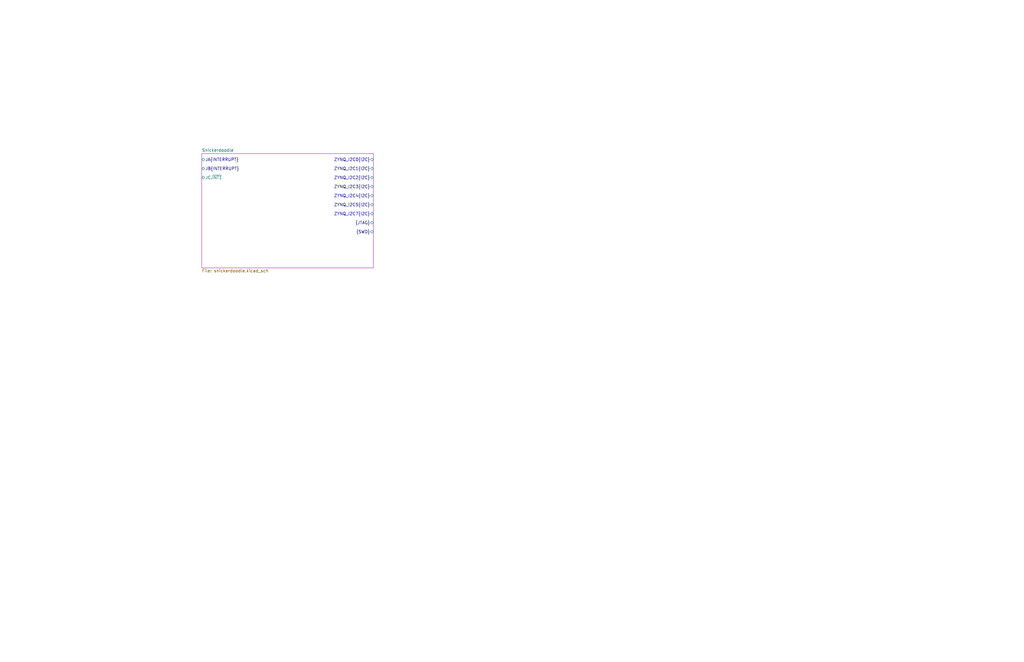
<source format=kicad_sch>
(kicad_sch (version 20200608) (host eeschema "5.99.0-unknown-ad69e44~101~ubuntu20.04.1")
  (page 3 2)
  (paper "B")
  (title_block (title "Snickerdoodle Baseboard") (date "2020-06-24") (rev "1.0") (company "Drawn by: Cameron McQuinn"))
  (lib_symbols)
  (sheet (at 85.09 64.77) (size 72.39 48.26) (stroke (width 0.001) (color 132 0 132 1)) (fill (color 255 255 255 0.0000))
    (property "Sheet name" "Snickerdoodle" (at 85.09 64.1341 0) (effects (justify left bottom)))
    (property "Sheet file" "snickerdoodle.kicad_sch" (at 85.09 113.5389 0) (effects (justify left top)))
    (pin "{JTAG}" bidirectional (at 157.48 93.98 0))
    (pin "{SWD}" bidirectional (at 157.48 97.79 0))
    (pin "ZYNQ_I2C2{I2C}" bidirectional (at 157.48 74.93 0))
    (pin "ZYNQ_I2C1{I2C}" bidirectional (at 157.48 71.12 0))
    (pin "ZYNQ_I2C0{I2C}" bidirectional (at 157.48 67.31 0))
    (pin "ZYNQ_I2C3{I2C}" bidirectional (at 157.48 78.74 0))
    (pin "ZYNQ_I2C4{I2C}" bidirectional (at 157.48 82.55 0))
    (pin "ZYNQ_I2C5{I2C}" bidirectional (at 157.48 86.36 0))
    (pin "ZYNQ_I2C7{I2C}" bidirectional (at 157.48 90.17 0))
    (pin "JB{INTERRUPT}" bidirectional (at 85.09 71.12 180))
    (pin "JC.~INT1" bidirectional (at 85.09 74.93 180))
    (pin "JA{INTERRUPT}" bidirectional (at 85.09 67.31 180))
  )
)
</source>
